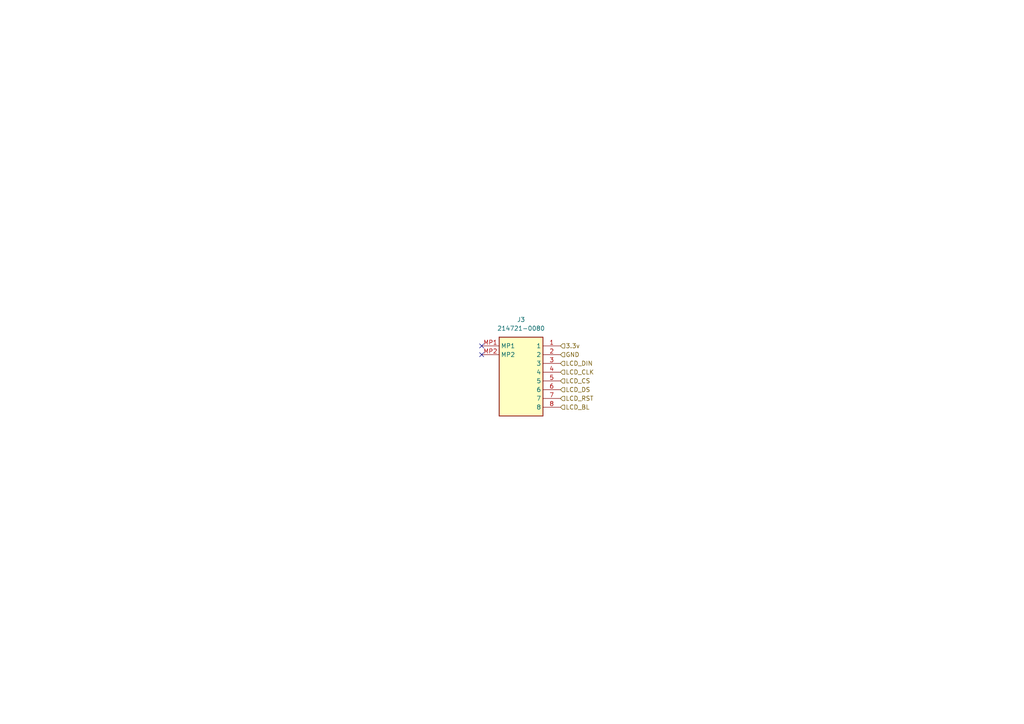
<source format=kicad_sch>
(kicad_sch
	(version 20231120)
	(generator "eeschema")
	(generator_version "8.0")
	(uuid "08bf3ee2-26e4-46ba-b49b-d0481d34b846")
	(paper "A4")
	(lib_symbols
		(symbol "8positionheader:214721-0080"
			(exclude_from_sim no)
			(in_bom yes)
			(on_board yes)
			(property "Reference" "J"
				(at 19.05 7.62 0)
				(effects
					(font
						(size 1.27 1.27)
					)
					(justify left top)
				)
			)
			(property "Value" "214721-0080"
				(at 19.05 5.08 0)
				(effects
					(font
						(size 1.27 1.27)
					)
					(justify left top)
				)
			)
			(property "Footprint" "2147210080"
				(at 19.05 -94.92 0)
				(effects
					(font
						(size 1.27 1.27)
					)
					(justify left top)
					(hide yes)
				)
			)
			(property "Datasheet" "https://www.molex.com/pdm_docs/sd/2147210080_sd.pdf"
				(at 19.05 -194.92 0)
				(effects
					(font
						(size 1.27 1.27)
					)
					(justify left top)
					(hide yes)
				)
			)
			(property "Description" "Zero-Hachi Header, 0.80mm Pitch, Single Row, Right-Angle, Surface Mount, Matte Tin (Sn) Plating, Friction Lock, 8 Circuits, Tape and Reel"
				(at 0 0 0)
				(effects
					(font
						(size 1.27 1.27)
					)
					(hide yes)
				)
			)
			(property "Height" "1.8"
				(at 19.05 -394.92 0)
				(effects
					(font
						(size 1.27 1.27)
					)
					(justify left top)
					(hide yes)
				)
			)
			(property "Mouser Part Number" ""
				(at 19.05 -494.92 0)
				(effects
					(font
						(size 1.27 1.27)
					)
					(justify left top)
					(hide yes)
				)
			)
			(property "Mouser Price/Stock" ""
				(at 19.05 -594.92 0)
				(effects
					(font
						(size 1.27 1.27)
					)
					(justify left top)
					(hide yes)
				)
			)
			(property "Manufacturer_Name" "Molex"
				(at 19.05 -694.92 0)
				(effects
					(font
						(size 1.27 1.27)
					)
					(justify left top)
					(hide yes)
				)
			)
			(property "Manufacturer_Part_Number" "214721-0080"
				(at 19.05 -794.92 0)
				(effects
					(font
						(size 1.27 1.27)
					)
					(justify left top)
					(hide yes)
				)
			)
			(symbol "214721-0080_1_1"
				(rectangle
					(start 5.08 2.54)
					(end 17.78 -20.32)
					(stroke
						(width 0.254)
						(type default)
					)
					(fill
						(type background)
					)
				)
				(pin passive line
					(at 22.86 0 180)
					(length 5.08)
					(name "1"
						(effects
							(font
								(size 1.27 1.27)
							)
						)
					)
					(number "1"
						(effects
							(font
								(size 1.27 1.27)
							)
						)
					)
				)
				(pin passive line
					(at 22.86 -2.54 180)
					(length 5.08)
					(name "2"
						(effects
							(font
								(size 1.27 1.27)
							)
						)
					)
					(number "2"
						(effects
							(font
								(size 1.27 1.27)
							)
						)
					)
				)
				(pin passive line
					(at 22.86 -5.08 180)
					(length 5.08)
					(name "3"
						(effects
							(font
								(size 1.27 1.27)
							)
						)
					)
					(number "3"
						(effects
							(font
								(size 1.27 1.27)
							)
						)
					)
				)
				(pin passive line
					(at 22.86 -7.62 180)
					(length 5.08)
					(name "4"
						(effects
							(font
								(size 1.27 1.27)
							)
						)
					)
					(number "4"
						(effects
							(font
								(size 1.27 1.27)
							)
						)
					)
				)
				(pin passive line
					(at 22.86 -10.16 180)
					(length 5.08)
					(name "5"
						(effects
							(font
								(size 1.27 1.27)
							)
						)
					)
					(number "5"
						(effects
							(font
								(size 1.27 1.27)
							)
						)
					)
				)
				(pin passive line
					(at 22.86 -12.7 180)
					(length 5.08)
					(name "6"
						(effects
							(font
								(size 1.27 1.27)
							)
						)
					)
					(number "6"
						(effects
							(font
								(size 1.27 1.27)
							)
						)
					)
				)
				(pin passive line
					(at 22.86 -15.24 180)
					(length 5.08)
					(name "7"
						(effects
							(font
								(size 1.27 1.27)
							)
						)
					)
					(number "7"
						(effects
							(font
								(size 1.27 1.27)
							)
						)
					)
				)
				(pin passive line
					(at 22.86 -17.78 180)
					(length 5.08)
					(name "8"
						(effects
							(font
								(size 1.27 1.27)
							)
						)
					)
					(number "8"
						(effects
							(font
								(size 1.27 1.27)
							)
						)
					)
				)
				(pin passive line
					(at 0 0 0)
					(length 5.08)
					(name "MP1"
						(effects
							(font
								(size 1.27 1.27)
							)
						)
					)
					(number "MP1"
						(effects
							(font
								(size 1.27 1.27)
							)
						)
					)
				)
				(pin passive line
					(at 0 -2.54 0)
					(length 5.08)
					(name "MP2"
						(effects
							(font
								(size 1.27 1.27)
							)
						)
					)
					(number "MP2"
						(effects
							(font
								(size 1.27 1.27)
							)
						)
					)
				)
			)
		)
	)
	(no_connect
		(at 139.7 102.87)
		(uuid "2566844c-1990-44d2-98ba-5f0dc94cbfaa")
	)
	(no_connect
		(at 139.7 100.33)
		(uuid "5c52a9a6-6fdb-4270-b957-f315d8265da8")
	)
	(hierarchical_label "LCD_CLK"
		(shape input)
		(at 162.56 107.95 0)
		(fields_autoplaced yes)
		(effects
			(font
				(size 1.27 1.27)
			)
			(justify left)
		)
		(uuid "05edd4fc-5020-49c2-9232-ed992e3c89bf")
	)
	(hierarchical_label "LCD_DIN"
		(shape input)
		(at 162.56 105.41 0)
		(fields_autoplaced yes)
		(effects
			(font
				(size 1.27 1.27)
			)
			(justify left)
		)
		(uuid "490825a7-5e2a-471f-acd9-610871b8ec25")
	)
	(hierarchical_label "LCD_RST"
		(shape input)
		(at 162.56 115.57 0)
		(fields_autoplaced yes)
		(effects
			(font
				(size 1.27 1.27)
			)
			(justify left)
		)
		(uuid "4a20d96e-803c-4c96-9726-c018ce1f0af8")
	)
	(hierarchical_label "3.3v"
		(shape input)
		(at 162.56 100.33 0)
		(fields_autoplaced yes)
		(effects
			(font
				(size 1.27 1.27)
			)
			(justify left)
		)
		(uuid "b0290d4f-9f0a-43f7-9da2-12fd1bca07dc")
	)
	(hierarchical_label "LCD_CS"
		(shape input)
		(at 162.56 110.49 0)
		(fields_autoplaced yes)
		(effects
			(font
				(size 1.27 1.27)
			)
			(justify left)
		)
		(uuid "c4ce3a85-56bb-4a68-ba7f-0196c3b9a88c")
	)
	(hierarchical_label "LCD_DS"
		(shape input)
		(at 162.56 113.03 0)
		(fields_autoplaced yes)
		(effects
			(font
				(size 1.27 1.27)
			)
			(justify left)
		)
		(uuid "cac266cd-a241-4b67-a90c-6c87fa3adb3d")
	)
	(hierarchical_label "GND"
		(shape input)
		(at 162.56 102.87 0)
		(fields_autoplaced yes)
		(effects
			(font
				(size 1.27 1.27)
			)
			(justify left)
		)
		(uuid "d9194e1e-792b-4101-b7d7-1d101bb6221f")
	)
	(hierarchical_label "LCD_BL"
		(shape input)
		(at 162.56 118.11 0)
		(fields_autoplaced yes)
		(effects
			(font
				(size 1.27 1.27)
			)
			(justify left)
		)
		(uuid "f685be18-70b7-4761-80da-f41620401d09")
	)
	(symbol
		(lib_id "8positionheader:214721-0080")
		(at 139.7 100.33 0)
		(unit 1)
		(exclude_from_sim no)
		(in_bom yes)
		(on_board yes)
		(dnp no)
		(fields_autoplaced yes)
		(uuid "817a005a-5f60-4cd6-8726-1d466b00c926")
		(property "Reference" "J3"
			(at 151.13 92.71 0)
			(effects
				(font
					(size 1.27 1.27)
				)
			)
		)
		(property "Value" "214721-0080"
			(at 151.13 95.25 0)
			(effects
				(font
					(size 1.27 1.27)
				)
			)
		)
		(property "Footprint" "2147210080"
			(at 158.75 195.25 0)
			(effects
				(font
					(size 1.27 1.27)
				)
				(justify left top)
				(hide yes)
			)
		)
		(property "Datasheet" "https://www.molex.com/pdm_docs/sd/2147210080_sd.pdf"
			(at 158.75 295.25 0)
			(effects
				(font
					(size 1.27 1.27)
				)
				(justify left top)
				(hide yes)
			)
		)
		(property "Description" "Zero-Hachi Header, 0.80mm Pitch, Single Row, Right-Angle, Surface Mount, Matte Tin (Sn) Plating, Friction Lock, 8 Circuits, Tape and Reel"
			(at 139.7 100.33 0)
			(effects
				(font
					(size 1.27 1.27)
				)
				(hide yes)
			)
		)
		(property "Height" "1.8"
			(at 158.75 495.25 0)
			(effects
				(font
					(size 1.27 1.27)
				)
				(justify left top)
				(hide yes)
			)
		)
		(property "Mouser Part Number" ""
			(at 158.75 595.25 0)
			(effects
				(font
					(size 1.27 1.27)
				)
				(justify left top)
				(hide yes)
			)
		)
		(property "Mouser Price/Stock" ""
			(at 158.75 695.25 0)
			(effects
				(font
					(size 1.27 1.27)
				)
				(justify left top)
				(hide yes)
			)
		)
		(property "Manufacturer_Name" "Molex"
			(at 158.75 795.25 0)
			(effects
				(font
					(size 1.27 1.27)
				)
				(justify left top)
				(hide yes)
			)
		)
		(property "Manufacturer_Part_Number" "214721-0080"
			(at 158.75 895.25 0)
			(effects
				(font
					(size 1.27 1.27)
				)
				(justify left top)
				(hide yes)
			)
		)
		(pin "7"
			(uuid "65b851b7-9f03-4ce5-93f7-b51c1e594812")
		)
		(pin "2"
			(uuid "f46de587-ce1d-4968-8979-fe21f142e6a4")
		)
		(pin "MP1"
			(uuid "67538b39-8319-49c9-9e0b-9905099fe28a")
		)
		(pin "6"
			(uuid "0e51cc3e-ba06-4ef7-9257-0b0d9ba13aed")
		)
		(pin "3"
			(uuid "4d7bcd2a-6a3c-4c82-875d-e730c4f4190b")
		)
		(pin "MP2"
			(uuid "1817d2ed-b1db-4af8-871a-a4e73615b878")
		)
		(pin "8"
			(uuid "9e3e3f46-6a1f-485a-abd3-8f5cbc24f5c0")
		)
		(pin "5"
			(uuid "2f45777b-075f-4658-8b36-59e8317090bf")
		)
		(pin "1"
			(uuid "2006529f-2d85-42a3-bc83-aa58f17a999d")
		)
		(pin "4"
			(uuid "303a268e-e005-4a61-b695-935d13a0b402")
		)
		(instances
			(project "Main"
				(path "/a34d77bc-8f6a-417e-a206-3165e6c5c658/6d945d10-bd0c-4453-b6e0-f783497d7a3f"
					(reference "J3")
					(unit 1)
				)
			)
		)
	)
)

</source>
